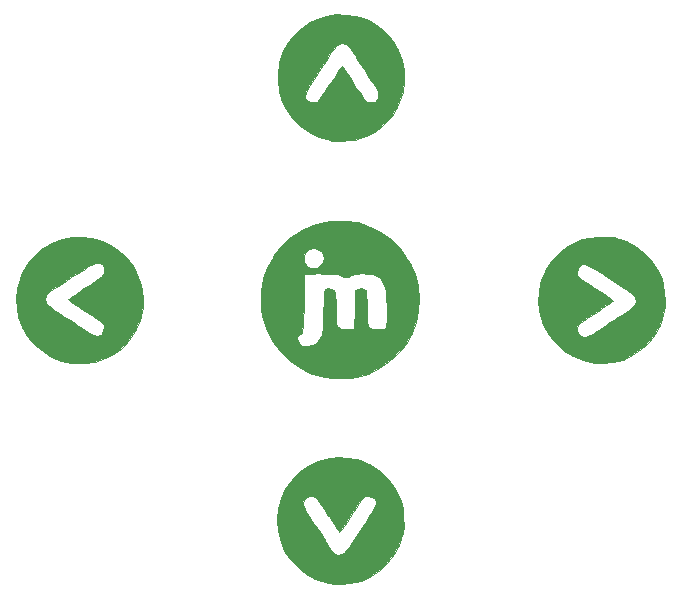
<source format=gbr>
G04 #@! TF.GenerationSoftware,KiCad,Pcbnew,(5.0.1-3-g963ef8bb5)*
G04 #@! TF.CreationDate,2018-11-21T08:27:54+00:00*
G04 #@! TF.ProjectId,invitation,696E7669746174696F6E2E6B69636164,rev?*
G04 #@! TF.SameCoordinates,Original*
G04 #@! TF.FileFunction,Paste,Top*
G04 #@! TF.FilePolarity,Positive*
%FSLAX46Y46*%
G04 Gerber Fmt 4.6, Leading zero omitted, Abs format (unit mm)*
G04 Created by KiCad (PCBNEW (5.0.1-3-g963ef8bb5)) date Wednesday, 21 November 2018 at 08:27:54*
%MOMM*%
%LPD*%
G01*
G04 APERTURE LIST*
%ADD10C,0.010000*%
%ADD11C,1.000000*%
G04 APERTURE END LIST*
D10*
G04 #@! TO.C,G\002A\002A\002A*
G36*
X141298524Y-94596623D02*
X142158751Y-94849985D01*
X142988777Y-95253521D01*
X143606156Y-95676492D01*
X144254718Y-96290941D01*
X144795698Y-97026365D01*
X145215985Y-97863208D01*
X145378988Y-98320666D01*
X145523824Y-98980546D01*
X145583546Y-99712240D01*
X145558850Y-100455010D01*
X145450431Y-101148117D01*
X145342265Y-101524023D01*
X144944227Y-102424278D01*
X144426619Y-103206619D01*
X143783835Y-103878375D01*
X143199750Y-104325088D01*
X142411837Y-104754090D01*
X141546952Y-105049501D01*
X140642274Y-105202800D01*
X139734985Y-105205470D01*
X139480333Y-105177353D01*
X138617030Y-104988883D01*
X137827459Y-104664771D01*
X137089326Y-104193590D01*
X136429631Y-103613534D01*
X135810799Y-102895863D01*
X135352219Y-102132238D01*
X135048125Y-101308739D01*
X134892751Y-100411446D01*
X134868502Y-99844666D01*
X134876944Y-99735927D01*
X137325387Y-99735927D01*
X137388497Y-100052699D01*
X137446827Y-100155489D01*
X137553218Y-100254502D01*
X137778784Y-100428787D01*
X138100456Y-100661749D01*
X138495163Y-100936790D01*
X138939836Y-101237313D01*
X139076660Y-101328060D01*
X139554503Y-101643731D01*
X140012321Y-101946398D01*
X140421168Y-102216907D01*
X140752095Y-102436104D01*
X140976156Y-102584835D01*
X141004333Y-102603597D01*
X141400732Y-102816528D01*
X141732554Y-102879422D01*
X142011570Y-102793388D01*
X142120709Y-102708574D01*
X142252652Y-102498926D01*
X142318441Y-102224180D01*
X142306519Y-101961405D01*
X142251870Y-101833864D01*
X142167733Y-101766408D01*
X141967861Y-101623860D01*
X141678293Y-101423723D01*
X141325067Y-101183499D01*
X140934223Y-100920693D01*
X140531798Y-100652807D01*
X140143832Y-100397344D01*
X139796364Y-100171809D01*
X139515431Y-99993704D01*
X139501500Y-99985057D01*
X139341465Y-99868573D01*
X139270385Y-99782547D01*
X139270158Y-99779214D01*
X139338370Y-99716237D01*
X139527487Y-99577256D01*
X139815683Y-99377383D01*
X140181133Y-99131728D01*
X140602010Y-98855400D01*
X140643213Y-98828666D01*
X141080511Y-98542680D01*
X141476326Y-98279046D01*
X141805572Y-98054852D01*
X142043168Y-97887186D01*
X142164029Y-97793134D01*
X142165721Y-97791500D01*
X142280383Y-97577670D01*
X142313033Y-97293184D01*
X142262760Y-97016035D01*
X142176544Y-96866833D01*
X141951014Y-96741639D01*
X141686177Y-96712000D01*
X141547969Y-96722415D01*
X141398624Y-96761908D01*
X141215133Y-96842846D01*
X140974490Y-96977597D01*
X140653686Y-97178529D01*
X140229713Y-97458010D01*
X139953648Y-97643333D01*
X139528012Y-97929025D01*
X139152120Y-98179258D01*
X138847790Y-98379679D01*
X138636841Y-98515933D01*
X138541091Y-98573665D01*
X138538057Y-98574666D01*
X138430683Y-98623895D01*
X138235696Y-98750588D01*
X137995107Y-98923260D01*
X137750932Y-99110423D01*
X137545182Y-99280590D01*
X137419870Y-99402273D01*
X137404422Y-99424281D01*
X137325387Y-99735927D01*
X134876944Y-99735927D01*
X134941902Y-98899286D01*
X135163536Y-98029751D01*
X135379902Y-97517177D01*
X135866606Y-96706790D01*
X136459805Y-96015990D01*
X137142413Y-95448600D01*
X137897341Y-95008444D01*
X138707504Y-94699345D01*
X139555813Y-94525126D01*
X140425182Y-94489611D01*
X141298524Y-94596623D01*
X141298524Y-94596623D01*
G37*
X141298524Y-94596623D02*
X142158751Y-94849985D01*
X142988777Y-95253521D01*
X143606156Y-95676492D01*
X144254718Y-96290941D01*
X144795698Y-97026365D01*
X145215985Y-97863208D01*
X145378988Y-98320666D01*
X145523824Y-98980546D01*
X145583546Y-99712240D01*
X145558850Y-100455010D01*
X145450431Y-101148117D01*
X145342265Y-101524023D01*
X144944227Y-102424278D01*
X144426619Y-103206619D01*
X143783835Y-103878375D01*
X143199750Y-104325088D01*
X142411837Y-104754090D01*
X141546952Y-105049501D01*
X140642274Y-105202800D01*
X139734985Y-105205470D01*
X139480333Y-105177353D01*
X138617030Y-104988883D01*
X137827459Y-104664771D01*
X137089326Y-104193590D01*
X136429631Y-103613534D01*
X135810799Y-102895863D01*
X135352219Y-102132238D01*
X135048125Y-101308739D01*
X134892751Y-100411446D01*
X134868502Y-99844666D01*
X134876944Y-99735927D01*
X137325387Y-99735927D01*
X137388497Y-100052699D01*
X137446827Y-100155489D01*
X137553218Y-100254502D01*
X137778784Y-100428787D01*
X138100456Y-100661749D01*
X138495163Y-100936790D01*
X138939836Y-101237313D01*
X139076660Y-101328060D01*
X139554503Y-101643731D01*
X140012321Y-101946398D01*
X140421168Y-102216907D01*
X140752095Y-102436104D01*
X140976156Y-102584835D01*
X141004333Y-102603597D01*
X141400732Y-102816528D01*
X141732554Y-102879422D01*
X142011570Y-102793388D01*
X142120709Y-102708574D01*
X142252652Y-102498926D01*
X142318441Y-102224180D01*
X142306519Y-101961405D01*
X142251870Y-101833864D01*
X142167733Y-101766408D01*
X141967861Y-101623860D01*
X141678293Y-101423723D01*
X141325067Y-101183499D01*
X140934223Y-100920693D01*
X140531798Y-100652807D01*
X140143832Y-100397344D01*
X139796364Y-100171809D01*
X139515431Y-99993704D01*
X139501500Y-99985057D01*
X139341465Y-99868573D01*
X139270385Y-99782547D01*
X139270158Y-99779214D01*
X139338370Y-99716237D01*
X139527487Y-99577256D01*
X139815683Y-99377383D01*
X140181133Y-99131728D01*
X140602010Y-98855400D01*
X140643213Y-98828666D01*
X141080511Y-98542680D01*
X141476326Y-98279046D01*
X141805572Y-98054852D01*
X142043168Y-97887186D01*
X142164029Y-97793134D01*
X142165721Y-97791500D01*
X142280383Y-97577670D01*
X142313033Y-97293184D01*
X142262760Y-97016035D01*
X142176544Y-96866833D01*
X141951014Y-96741639D01*
X141686177Y-96712000D01*
X141547969Y-96722415D01*
X141398624Y-96761908D01*
X141215133Y-96842846D01*
X140974490Y-96977597D01*
X140653686Y-97178529D01*
X140229713Y-97458010D01*
X139953648Y-97643333D01*
X139528012Y-97929025D01*
X139152120Y-98179258D01*
X138847790Y-98379679D01*
X138636841Y-98515933D01*
X138541091Y-98573665D01*
X138538057Y-98574666D01*
X138430683Y-98623895D01*
X138235696Y-98750588D01*
X137995107Y-98923260D01*
X137750932Y-99110423D01*
X137545182Y-99280590D01*
X137419870Y-99402273D01*
X137404422Y-99424281D01*
X137325387Y-99735927D01*
X134876944Y-99735927D01*
X134941902Y-98899286D01*
X135163536Y-98029751D01*
X135379902Y-97517177D01*
X135866606Y-96706790D01*
X136459805Y-96015990D01*
X137142413Y-95448600D01*
X137897341Y-95008444D01*
X138707504Y-94699345D01*
X139555813Y-94525126D01*
X140425182Y-94489611D01*
X141298524Y-94596623D01*
G36*
X162801355Y-75664523D02*
X163656624Y-75796793D01*
X164450157Y-76048128D01*
X164697489Y-76159902D01*
X165508040Y-76647812D01*
X166201962Y-77246440D01*
X166773513Y-77938526D01*
X167216949Y-78706810D01*
X167526528Y-79534033D01*
X167696507Y-80402935D01*
X167721142Y-81296258D01*
X167594692Y-82196740D01*
X167311413Y-83087123D01*
X167132371Y-83477666D01*
X166651562Y-84246290D01*
X166039353Y-84923130D01*
X165316369Y-85490980D01*
X164503239Y-85932632D01*
X163936333Y-86143821D01*
X163504168Y-86245948D01*
X162987377Y-86320323D01*
X162443376Y-86363005D01*
X161929580Y-86370052D01*
X161503406Y-86337525D01*
X161395478Y-86318235D01*
X160465632Y-86037513D01*
X159616165Y-85619451D01*
X158860966Y-85076321D01*
X158213927Y-84420395D01*
X157688940Y-83663944D01*
X157299894Y-82819242D01*
X157242291Y-82649161D01*
X157226610Y-82582473D01*
X159315482Y-82582473D01*
X159344807Y-82691928D01*
X159407143Y-82789545D01*
X159495733Y-82889670D01*
X159506091Y-82900709D01*
X159715740Y-83032652D01*
X159990486Y-83098441D01*
X160253261Y-83086519D01*
X160380802Y-83031870D01*
X160448257Y-82947733D01*
X160590805Y-82747861D01*
X160790943Y-82458293D01*
X161031167Y-82105067D01*
X161293973Y-81714223D01*
X161561859Y-81311798D01*
X161817321Y-80923832D01*
X162042857Y-80576364D01*
X162220962Y-80295431D01*
X162229609Y-80281500D01*
X162346093Y-80121465D01*
X162432118Y-80050385D01*
X162435451Y-80050158D01*
X162498429Y-80118370D01*
X162637409Y-80307487D01*
X162837282Y-80595683D01*
X163082938Y-80961133D01*
X163359266Y-81382010D01*
X163386000Y-81423213D01*
X163671986Y-81860511D01*
X163935620Y-82256326D01*
X164159813Y-82585572D01*
X164327480Y-82823168D01*
X164421532Y-82944029D01*
X164423166Y-82945721D01*
X164636996Y-83060383D01*
X164921481Y-83093033D01*
X165198631Y-83042760D01*
X165347833Y-82956544D01*
X165473026Y-82731014D01*
X165502666Y-82466177D01*
X165492250Y-82327969D01*
X165452758Y-82178624D01*
X165371820Y-81995133D01*
X165237069Y-81754490D01*
X165036137Y-81433686D01*
X164756655Y-81009713D01*
X164571333Y-80733648D01*
X164285641Y-80308012D01*
X164035408Y-79932120D01*
X163834987Y-79627790D01*
X163698733Y-79416841D01*
X163641000Y-79321091D01*
X163640000Y-79318057D01*
X163590771Y-79210683D01*
X163464077Y-79015696D01*
X163291405Y-78775107D01*
X163104243Y-78530932D01*
X162934076Y-78325182D01*
X162812393Y-78199870D01*
X162790384Y-78184422D01*
X162479879Y-78105414D01*
X162164365Y-78167179D01*
X162060924Y-78225603D01*
X161956386Y-78335608D01*
X161779309Y-78561470D01*
X161549070Y-78876836D01*
X161285052Y-79255349D01*
X161080325Y-79559103D01*
X160602250Y-80279729D01*
X160211255Y-80873747D01*
X159900581Y-81355503D01*
X159663469Y-81739343D01*
X159493162Y-82039614D01*
X159382901Y-82270662D01*
X159325927Y-82446833D01*
X159315482Y-82582473D01*
X157226610Y-82582473D01*
X157095880Y-82026518D01*
X157017640Y-81326397D01*
X157010674Y-80617677D01*
X157078083Y-79969236D01*
X157113759Y-79794666D01*
X157396248Y-78944091D01*
X157822807Y-78150264D01*
X158374200Y-77432570D01*
X159031187Y-76810395D01*
X159774531Y-76303126D01*
X160584993Y-75930149D01*
X161100000Y-75777823D01*
X161932947Y-75656479D01*
X162801355Y-75664523D01*
X162801355Y-75664523D01*
G37*
X162801355Y-75664523D02*
X163656624Y-75796793D01*
X164450157Y-76048128D01*
X164697489Y-76159902D01*
X165508040Y-76647812D01*
X166201962Y-77246440D01*
X166773513Y-77938526D01*
X167216949Y-78706810D01*
X167526528Y-79534033D01*
X167696507Y-80402935D01*
X167721142Y-81296258D01*
X167594692Y-82196740D01*
X167311413Y-83087123D01*
X167132371Y-83477666D01*
X166651562Y-84246290D01*
X166039353Y-84923130D01*
X165316369Y-85490980D01*
X164503239Y-85932632D01*
X163936333Y-86143821D01*
X163504168Y-86245948D01*
X162987377Y-86320323D01*
X162443376Y-86363005D01*
X161929580Y-86370052D01*
X161503406Y-86337525D01*
X161395478Y-86318235D01*
X160465632Y-86037513D01*
X159616165Y-85619451D01*
X158860966Y-85076321D01*
X158213927Y-84420395D01*
X157688940Y-83663944D01*
X157299894Y-82819242D01*
X157242291Y-82649161D01*
X157226610Y-82582473D01*
X159315482Y-82582473D01*
X159344807Y-82691928D01*
X159407143Y-82789545D01*
X159495733Y-82889670D01*
X159506091Y-82900709D01*
X159715740Y-83032652D01*
X159990486Y-83098441D01*
X160253261Y-83086519D01*
X160380802Y-83031870D01*
X160448257Y-82947733D01*
X160590805Y-82747861D01*
X160790943Y-82458293D01*
X161031167Y-82105067D01*
X161293973Y-81714223D01*
X161561859Y-81311798D01*
X161817321Y-80923832D01*
X162042857Y-80576364D01*
X162220962Y-80295431D01*
X162229609Y-80281500D01*
X162346093Y-80121465D01*
X162432118Y-80050385D01*
X162435451Y-80050158D01*
X162498429Y-80118370D01*
X162637409Y-80307487D01*
X162837282Y-80595683D01*
X163082938Y-80961133D01*
X163359266Y-81382010D01*
X163386000Y-81423213D01*
X163671986Y-81860511D01*
X163935620Y-82256326D01*
X164159813Y-82585572D01*
X164327480Y-82823168D01*
X164421532Y-82944029D01*
X164423166Y-82945721D01*
X164636996Y-83060383D01*
X164921481Y-83093033D01*
X165198631Y-83042760D01*
X165347833Y-82956544D01*
X165473026Y-82731014D01*
X165502666Y-82466177D01*
X165492250Y-82327969D01*
X165452758Y-82178624D01*
X165371820Y-81995133D01*
X165237069Y-81754490D01*
X165036137Y-81433686D01*
X164756655Y-81009713D01*
X164571333Y-80733648D01*
X164285641Y-80308012D01*
X164035408Y-79932120D01*
X163834987Y-79627790D01*
X163698733Y-79416841D01*
X163641000Y-79321091D01*
X163640000Y-79318057D01*
X163590771Y-79210683D01*
X163464077Y-79015696D01*
X163291405Y-78775107D01*
X163104243Y-78530932D01*
X162934076Y-78325182D01*
X162812393Y-78199870D01*
X162790384Y-78184422D01*
X162479879Y-78105414D01*
X162164365Y-78167179D01*
X162060924Y-78225603D01*
X161956386Y-78335608D01*
X161779309Y-78561470D01*
X161549070Y-78876836D01*
X161285052Y-79255349D01*
X161080325Y-79559103D01*
X160602250Y-80279729D01*
X160211255Y-80873747D01*
X159900581Y-81355503D01*
X159663469Y-81739343D01*
X159493162Y-82039614D01*
X159382901Y-82270662D01*
X159325927Y-82446833D01*
X159315482Y-82582473D01*
X157226610Y-82582473D01*
X157095880Y-82026518D01*
X157017640Y-81326397D01*
X157010674Y-80617677D01*
X157078083Y-79969236D01*
X157113759Y-79794666D01*
X157396248Y-78944091D01*
X157822807Y-78150264D01*
X158374200Y-77432570D01*
X159031187Y-76810395D01*
X159774531Y-76303126D01*
X160584993Y-75930149D01*
X161100000Y-75777823D01*
X161932947Y-75656479D01*
X162801355Y-75664523D01*
G36*
X185465430Y-94528083D02*
X185640000Y-94563759D01*
X186490574Y-94846248D01*
X187284402Y-95272807D01*
X188002096Y-95824200D01*
X188624271Y-96481187D01*
X189131540Y-97224531D01*
X189504517Y-98034993D01*
X189656842Y-98550000D01*
X189749012Y-99135878D01*
X189780937Y-99800906D01*
X189752598Y-100467350D01*
X189663974Y-101057475D01*
X189657504Y-101085522D01*
X189372416Y-101940486D01*
X188947311Y-102723025D01*
X188400216Y-103420660D01*
X187749156Y-104020916D01*
X187012157Y-104511315D01*
X186207244Y-104879380D01*
X185352443Y-105112635D01*
X184465779Y-105198602D01*
X183775451Y-105156941D01*
X182849520Y-104953480D01*
X181989725Y-104601006D01*
X181210505Y-104111756D01*
X180526302Y-103497966D01*
X179951557Y-102771874D01*
X179500712Y-101945717D01*
X179275678Y-101344000D01*
X179130842Y-100684120D01*
X179071120Y-99952425D01*
X179095816Y-99209655D01*
X179204234Y-98516549D01*
X179312401Y-98140643D01*
X179625471Y-97440486D01*
X182336225Y-97440486D01*
X182348147Y-97703261D01*
X182402796Y-97830802D01*
X182486933Y-97898257D01*
X182686805Y-98040805D01*
X182976373Y-98240943D01*
X183329599Y-98481167D01*
X183720443Y-98743973D01*
X184122868Y-99011859D01*
X184510833Y-99267321D01*
X184858302Y-99492857D01*
X185139235Y-99670962D01*
X185153166Y-99679609D01*
X185313201Y-99796093D01*
X185384281Y-99882118D01*
X185384507Y-99885451D01*
X185316296Y-99948429D01*
X185127179Y-100087409D01*
X184838982Y-100287282D01*
X184473533Y-100532938D01*
X184052656Y-100809266D01*
X184011453Y-100836000D01*
X183574154Y-101121986D01*
X183178340Y-101385620D01*
X182849093Y-101609813D01*
X182611498Y-101777480D01*
X182490637Y-101871532D01*
X182488945Y-101873166D01*
X182374283Y-102086996D01*
X182341632Y-102371481D01*
X182391906Y-102648631D01*
X182478122Y-102797833D01*
X182703651Y-102923026D01*
X182968489Y-102952666D01*
X183106697Y-102942250D01*
X183256042Y-102902758D01*
X183439532Y-102821820D01*
X183680176Y-102687069D01*
X184000979Y-102486137D01*
X184424952Y-102206655D01*
X184701018Y-102021333D01*
X185126654Y-101735641D01*
X185502546Y-101485408D01*
X185806875Y-101284987D01*
X186017824Y-101148733D01*
X186113575Y-101091000D01*
X186116609Y-101090000D01*
X186223982Y-101040771D01*
X186418970Y-100914077D01*
X186659558Y-100741405D01*
X186903734Y-100554243D01*
X187109484Y-100384076D01*
X187234795Y-100262393D01*
X187250244Y-100240384D01*
X187329251Y-99929879D01*
X187267487Y-99614365D01*
X187209063Y-99510924D01*
X187099058Y-99406386D01*
X186873195Y-99229309D01*
X186557830Y-98999070D01*
X186179317Y-98735052D01*
X185875563Y-98530325D01*
X185154937Y-98052250D01*
X184560919Y-97661255D01*
X184079163Y-97350581D01*
X183695322Y-97113469D01*
X183395051Y-96943162D01*
X183164004Y-96832901D01*
X182987833Y-96775927D01*
X182852193Y-96765482D01*
X182742738Y-96794807D01*
X182645121Y-96857143D01*
X182544996Y-96945733D01*
X182533956Y-96956091D01*
X182402013Y-97165740D01*
X182336225Y-97440486D01*
X179625471Y-97440486D01*
X179711470Y-97248158D01*
X180236389Y-96457699D01*
X180875851Y-95780493D01*
X181618552Y-95227765D01*
X182453183Y-94810740D01*
X182785505Y-94692291D01*
X183408148Y-94545880D01*
X184108269Y-94467640D01*
X184816989Y-94460674D01*
X185465430Y-94528083D01*
X185465430Y-94528083D01*
G37*
X185465430Y-94528083D02*
X185640000Y-94563759D01*
X186490574Y-94846248D01*
X187284402Y-95272807D01*
X188002096Y-95824200D01*
X188624271Y-96481187D01*
X189131540Y-97224531D01*
X189504517Y-98034993D01*
X189656842Y-98550000D01*
X189749012Y-99135878D01*
X189780937Y-99800906D01*
X189752598Y-100467350D01*
X189663974Y-101057475D01*
X189657504Y-101085522D01*
X189372416Y-101940486D01*
X188947311Y-102723025D01*
X188400216Y-103420660D01*
X187749156Y-104020916D01*
X187012157Y-104511315D01*
X186207244Y-104879380D01*
X185352443Y-105112635D01*
X184465779Y-105198602D01*
X183775451Y-105156941D01*
X182849520Y-104953480D01*
X181989725Y-104601006D01*
X181210505Y-104111756D01*
X180526302Y-103497966D01*
X179951557Y-102771874D01*
X179500712Y-101945717D01*
X179275678Y-101344000D01*
X179130842Y-100684120D01*
X179071120Y-99952425D01*
X179095816Y-99209655D01*
X179204234Y-98516549D01*
X179312401Y-98140643D01*
X179625471Y-97440486D01*
X182336225Y-97440486D01*
X182348147Y-97703261D01*
X182402796Y-97830802D01*
X182486933Y-97898257D01*
X182686805Y-98040805D01*
X182976373Y-98240943D01*
X183329599Y-98481167D01*
X183720443Y-98743973D01*
X184122868Y-99011859D01*
X184510833Y-99267321D01*
X184858302Y-99492857D01*
X185139235Y-99670962D01*
X185153166Y-99679609D01*
X185313201Y-99796093D01*
X185384281Y-99882118D01*
X185384507Y-99885451D01*
X185316296Y-99948429D01*
X185127179Y-100087409D01*
X184838982Y-100287282D01*
X184473533Y-100532938D01*
X184052656Y-100809266D01*
X184011453Y-100836000D01*
X183574154Y-101121986D01*
X183178340Y-101385620D01*
X182849093Y-101609813D01*
X182611498Y-101777480D01*
X182490637Y-101871532D01*
X182488945Y-101873166D01*
X182374283Y-102086996D01*
X182341632Y-102371481D01*
X182391906Y-102648631D01*
X182478122Y-102797833D01*
X182703651Y-102923026D01*
X182968489Y-102952666D01*
X183106697Y-102942250D01*
X183256042Y-102902758D01*
X183439532Y-102821820D01*
X183680176Y-102687069D01*
X184000979Y-102486137D01*
X184424952Y-102206655D01*
X184701018Y-102021333D01*
X185126654Y-101735641D01*
X185502546Y-101485408D01*
X185806875Y-101284987D01*
X186017824Y-101148733D01*
X186113575Y-101091000D01*
X186116609Y-101090000D01*
X186223982Y-101040771D01*
X186418970Y-100914077D01*
X186659558Y-100741405D01*
X186903734Y-100554243D01*
X187109484Y-100384076D01*
X187234795Y-100262393D01*
X187250244Y-100240384D01*
X187329251Y-99929879D01*
X187267487Y-99614365D01*
X187209063Y-99510924D01*
X187099058Y-99406386D01*
X186873195Y-99229309D01*
X186557830Y-98999070D01*
X186179317Y-98735052D01*
X185875563Y-98530325D01*
X185154937Y-98052250D01*
X184560919Y-97661255D01*
X184079163Y-97350581D01*
X183695322Y-97113469D01*
X183395051Y-96943162D01*
X183164004Y-96832901D01*
X182987833Y-96775927D01*
X182852193Y-96765482D01*
X182742738Y-96794807D01*
X182645121Y-96857143D01*
X182544996Y-96945733D01*
X182533956Y-96956091D01*
X182402013Y-97165740D01*
X182336225Y-97440486D01*
X179625471Y-97440486D01*
X179711470Y-97248158D01*
X180236389Y-96457699D01*
X180875851Y-95780493D01*
X181618552Y-95227765D01*
X182453183Y-94810740D01*
X182785505Y-94692291D01*
X183408148Y-94545880D01*
X184108269Y-94467640D01*
X184816989Y-94460674D01*
X185465430Y-94528083D01*
G36*
X162905010Y-113175816D02*
X163598117Y-113284234D01*
X163974023Y-113392401D01*
X164866508Y-113791470D01*
X165656966Y-114316389D01*
X166334172Y-114955851D01*
X166886901Y-115698552D01*
X167303925Y-116533183D01*
X167422374Y-116865505D01*
X167568786Y-117488148D01*
X167647025Y-118188269D01*
X167653991Y-118896989D01*
X167586583Y-119545430D01*
X167550906Y-119720000D01*
X167268418Y-120570574D01*
X166841858Y-121364402D01*
X166290466Y-122082096D01*
X165633478Y-122704271D01*
X164890135Y-123211540D01*
X164079673Y-123584517D01*
X163564666Y-123736842D01*
X163049079Y-123818740D01*
X162445109Y-123854036D01*
X161823536Y-123842816D01*
X161255143Y-123785166D01*
X160990895Y-123733712D01*
X160169057Y-123451008D01*
X159390004Y-123020770D01*
X158679430Y-122463932D01*
X158063032Y-121801429D01*
X157566506Y-121054195D01*
X157467256Y-120863000D01*
X157162961Y-120099162D01*
X156991393Y-119298651D01*
X156942412Y-118450000D01*
X157028648Y-117513130D01*
X157154958Y-117048489D01*
X159162000Y-117048489D01*
X159172415Y-117186697D01*
X159211908Y-117336042D01*
X159292846Y-117519532D01*
X159427597Y-117760176D01*
X159628529Y-118080979D01*
X159908010Y-118504952D01*
X160093333Y-118781018D01*
X160379025Y-119206654D01*
X160629258Y-119582546D01*
X160829679Y-119886875D01*
X160965933Y-120097824D01*
X161023665Y-120193575D01*
X161024666Y-120196609D01*
X161073048Y-120299647D01*
X161197500Y-120491751D01*
X161366985Y-120730831D01*
X161550463Y-120974799D01*
X161716897Y-121181566D01*
X161835247Y-121309044D01*
X161857554Y-121326019D01*
X162140934Y-121405489D01*
X162448611Y-121365899D01*
X162603742Y-121289063D01*
X162708279Y-121179058D01*
X162885357Y-120953195D01*
X163115595Y-120637830D01*
X163379614Y-120259317D01*
X163584341Y-119955563D01*
X164062416Y-119234937D01*
X164453411Y-118640919D01*
X164764085Y-118159163D01*
X165001196Y-117775322D01*
X165171503Y-117475051D01*
X165281764Y-117244004D01*
X165338738Y-117067833D01*
X165349184Y-116932193D01*
X165319859Y-116822738D01*
X165257523Y-116725121D01*
X165168933Y-116624996D01*
X165158574Y-116613956D01*
X164948926Y-116482013D01*
X164674180Y-116416225D01*
X164411405Y-116428147D01*
X164283864Y-116482796D01*
X164216408Y-116566933D01*
X164073860Y-116766805D01*
X163873723Y-117056373D01*
X163633499Y-117409599D01*
X163370693Y-117800443D01*
X163102807Y-118202868D01*
X162847344Y-118590833D01*
X162621809Y-118938302D01*
X162443704Y-119219235D01*
X162435057Y-119233166D01*
X162318573Y-119393201D01*
X162232547Y-119464281D01*
X162229214Y-119464507D01*
X162166237Y-119396296D01*
X162027256Y-119207179D01*
X161827383Y-118918982D01*
X161581728Y-118553533D01*
X161305400Y-118132656D01*
X161278666Y-118091453D01*
X160992680Y-117654154D01*
X160729046Y-117258340D01*
X160504852Y-116929093D01*
X160337186Y-116691498D01*
X160243134Y-116570637D01*
X160241500Y-116568945D01*
X160027670Y-116454283D01*
X159743184Y-116421632D01*
X159466035Y-116471906D01*
X159316833Y-116558122D01*
X159191639Y-116783651D01*
X159162000Y-117048489D01*
X157154958Y-117048489D01*
X157269260Y-116628025D01*
X157653484Y-115809012D01*
X158170551Y-115070417D01*
X158809696Y-114426568D01*
X159560153Y-113891791D01*
X160411155Y-113480412D01*
X160770666Y-113355678D01*
X161430546Y-113210842D01*
X162162240Y-113151120D01*
X162905010Y-113175816D01*
X162905010Y-113175816D01*
G37*
X162905010Y-113175816D02*
X163598117Y-113284234D01*
X163974023Y-113392401D01*
X164866508Y-113791470D01*
X165656966Y-114316389D01*
X166334172Y-114955851D01*
X166886901Y-115698552D01*
X167303925Y-116533183D01*
X167422374Y-116865505D01*
X167568786Y-117488148D01*
X167647025Y-118188269D01*
X167653991Y-118896989D01*
X167586583Y-119545430D01*
X167550906Y-119720000D01*
X167268418Y-120570574D01*
X166841858Y-121364402D01*
X166290466Y-122082096D01*
X165633478Y-122704271D01*
X164890135Y-123211540D01*
X164079673Y-123584517D01*
X163564666Y-123736842D01*
X163049079Y-123818740D01*
X162445109Y-123854036D01*
X161823536Y-123842816D01*
X161255143Y-123785166D01*
X160990895Y-123733712D01*
X160169057Y-123451008D01*
X159390004Y-123020770D01*
X158679430Y-122463932D01*
X158063032Y-121801429D01*
X157566506Y-121054195D01*
X157467256Y-120863000D01*
X157162961Y-120099162D01*
X156991393Y-119298651D01*
X156942412Y-118450000D01*
X157028648Y-117513130D01*
X157154958Y-117048489D01*
X159162000Y-117048489D01*
X159172415Y-117186697D01*
X159211908Y-117336042D01*
X159292846Y-117519532D01*
X159427597Y-117760176D01*
X159628529Y-118080979D01*
X159908010Y-118504952D01*
X160093333Y-118781018D01*
X160379025Y-119206654D01*
X160629258Y-119582546D01*
X160829679Y-119886875D01*
X160965933Y-120097824D01*
X161023665Y-120193575D01*
X161024666Y-120196609D01*
X161073048Y-120299647D01*
X161197500Y-120491751D01*
X161366985Y-120730831D01*
X161550463Y-120974799D01*
X161716897Y-121181566D01*
X161835247Y-121309044D01*
X161857554Y-121326019D01*
X162140934Y-121405489D01*
X162448611Y-121365899D01*
X162603742Y-121289063D01*
X162708279Y-121179058D01*
X162885357Y-120953195D01*
X163115595Y-120637830D01*
X163379614Y-120259317D01*
X163584341Y-119955563D01*
X164062416Y-119234937D01*
X164453411Y-118640919D01*
X164764085Y-118159163D01*
X165001196Y-117775322D01*
X165171503Y-117475051D01*
X165281764Y-117244004D01*
X165338738Y-117067833D01*
X165349184Y-116932193D01*
X165319859Y-116822738D01*
X165257523Y-116725121D01*
X165168933Y-116624996D01*
X165158574Y-116613956D01*
X164948926Y-116482013D01*
X164674180Y-116416225D01*
X164411405Y-116428147D01*
X164283864Y-116482796D01*
X164216408Y-116566933D01*
X164073860Y-116766805D01*
X163873723Y-117056373D01*
X163633499Y-117409599D01*
X163370693Y-117800443D01*
X163102807Y-118202868D01*
X162847344Y-118590833D01*
X162621809Y-118938302D01*
X162443704Y-119219235D01*
X162435057Y-119233166D01*
X162318573Y-119393201D01*
X162232547Y-119464281D01*
X162229214Y-119464507D01*
X162166237Y-119396296D01*
X162027256Y-119207179D01*
X161827383Y-118918982D01*
X161581728Y-118553533D01*
X161305400Y-118132656D01*
X161278666Y-118091453D01*
X160992680Y-117654154D01*
X160729046Y-117258340D01*
X160504852Y-116929093D01*
X160337186Y-116691498D01*
X160243134Y-116570637D01*
X160241500Y-116568945D01*
X160027670Y-116454283D01*
X159743184Y-116421632D01*
X159466035Y-116471906D01*
X159316833Y-116558122D01*
X159191639Y-116783651D01*
X159162000Y-117048489D01*
X157154958Y-117048489D01*
X157269260Y-116628025D01*
X157653484Y-115809012D01*
X158170551Y-115070417D01*
X158809696Y-114426568D01*
X159560153Y-113891791D01*
X160411155Y-113480412D01*
X160770666Y-113355678D01*
X161430546Y-113210842D01*
X162162240Y-113151120D01*
X162905010Y-113175816D01*
G36*
X163067989Y-93151201D02*
X163501919Y-93191849D01*
X163764000Y-93242826D01*
X164847228Y-93622621D01*
X165808623Y-94119468D01*
X166650234Y-94734977D01*
X167374111Y-95470760D01*
X167982303Y-96328427D01*
X168209156Y-96735848D01*
X168600018Y-97671662D01*
X168843413Y-98662924D01*
X168938779Y-99682909D01*
X168885560Y-100704891D01*
X168683194Y-101702146D01*
X168332826Y-102644313D01*
X167826547Y-103530719D01*
X167184089Y-104333465D01*
X166425043Y-105035306D01*
X165568997Y-105618994D01*
X164635539Y-106067283D01*
X164314333Y-106182405D01*
X163755842Y-106319377D01*
X163090574Y-106409073D01*
X162374876Y-106449650D01*
X161665095Y-106439264D01*
X161017579Y-106376071D01*
X160643600Y-106302505D01*
X159677246Y-105973386D01*
X158768411Y-105496974D01*
X157937995Y-104890122D01*
X157206899Y-104169680D01*
X156596025Y-103352499D01*
X156427691Y-103052704D01*
X158615684Y-103052704D01*
X158724192Y-103326517D01*
X158726331Y-103330663D01*
X158888738Y-103568206D01*
X159096741Y-103696200D01*
X159395756Y-103735429D01*
X159594817Y-103728169D01*
X159946935Y-103671980D01*
X160197812Y-103547063D01*
X160262485Y-103492980D01*
X160435956Y-103287802D01*
X160608703Y-103014187D01*
X160663082Y-102907333D01*
X160723722Y-102763033D01*
X160769832Y-102606721D01*
X160803954Y-102412002D01*
X160828629Y-102152482D01*
X160846398Y-101801765D01*
X160859804Y-101333456D01*
X160870929Y-100748583D01*
X160886258Y-100068888D01*
X160907006Y-99551606D01*
X160933648Y-99189888D01*
X160966662Y-98976888D01*
X160998847Y-98908379D01*
X161219224Y-98847570D01*
X161489817Y-98868040D01*
X161717787Y-98960468D01*
X161746499Y-98983455D01*
X161804575Y-99051939D01*
X161846168Y-99153363D01*
X161873959Y-99314156D01*
X161890625Y-99560745D01*
X161898845Y-99919560D01*
X161901297Y-100417029D01*
X161901333Y-100511304D01*
X161902144Y-101025743D01*
X161907042Y-101398767D01*
X161919720Y-101658297D01*
X161943875Y-101832250D01*
X161983201Y-101948545D01*
X162041394Y-102035101D01*
X162113019Y-102110716D01*
X162245418Y-102224726D01*
X162388291Y-102285107D01*
X162595445Y-102304683D01*
X162896186Y-102297367D01*
X163467666Y-102272333D01*
X163510000Y-100623254D01*
X163552333Y-98974175D01*
X163785166Y-98892410D01*
X164119745Y-98860268D01*
X164250833Y-98892318D01*
X164483666Y-98973991D01*
X164529200Y-100411495D01*
X164548321Y-100897300D01*
X164572398Y-101331265D01*
X164599137Y-101681918D01*
X164626243Y-101917788D01*
X164644995Y-101999518D01*
X164783800Y-102173431D01*
X165019833Y-102274407D01*
X165382209Y-102313341D01*
X165487175Y-102314666D01*
X165744282Y-102315388D01*
X165933030Y-102302498D01*
X166063945Y-102253411D01*
X166147551Y-102145542D01*
X166194371Y-101956306D01*
X166214930Y-101663119D01*
X166219751Y-101243395D01*
X166219333Y-100743442D01*
X166213876Y-100225063D01*
X166198785Y-99732202D01*
X166175983Y-99303971D01*
X166147390Y-98979480D01*
X166125735Y-98838569D01*
X165944782Y-98379621D01*
X165630791Y-98002004D01*
X165211973Y-97735360D01*
X165005887Y-97661981D01*
X164587134Y-97593707D01*
X164107063Y-97590189D01*
X163633572Y-97646416D01*
X163234558Y-97757373D01*
X163141386Y-97799628D01*
X162936399Y-97897912D01*
X162793662Y-97923069D01*
X162634860Y-97874133D01*
X162464195Y-97791270D01*
X162301693Y-97720757D01*
X162119763Y-97670396D01*
X161885189Y-97636156D01*
X161564753Y-97614005D01*
X161125238Y-97599912D01*
X160843000Y-97594502D01*
X160381670Y-97589872D01*
X159968385Y-97591398D01*
X159638540Y-97598528D01*
X159427533Y-97610709D01*
X159382500Y-97617282D01*
X159192000Y-97661226D01*
X159192000Y-99949817D01*
X159189987Y-100702671D01*
X159182159Y-101304210D01*
X159165831Y-101772423D01*
X159138318Y-102125300D01*
X159096935Y-102380829D01*
X159038997Y-102557000D01*
X158961819Y-102671803D01*
X158862718Y-102743226D01*
X158769595Y-102780038D01*
X158630308Y-102877036D01*
X158615684Y-103052704D01*
X156427691Y-103052704D01*
X156274755Y-102780333D01*
X156004926Y-102195631D01*
X155815275Y-101677555D01*
X155693130Y-101170480D01*
X155625817Y-100618783D01*
X155600661Y-99966839D01*
X155599565Y-99817000D01*
X155613839Y-99134921D01*
X155669521Y-98564241D01*
X155778167Y-98049675D01*
X155951334Y-97535941D01*
X156190910Y-96988181D01*
X156580324Y-96303333D01*
X159192000Y-96303333D01*
X159263325Y-96658333D01*
X159452937Y-96929713D01*
X159724287Y-97102325D01*
X160040830Y-97161025D01*
X160366017Y-97090667D01*
X160637846Y-96902512D01*
X160838377Y-96601097D01*
X160896111Y-96275173D01*
X160826194Y-95961289D01*
X160643770Y-95695990D01*
X160363987Y-95515824D01*
X160038666Y-95456666D01*
X159669972Y-95530839D01*
X159390564Y-95736493D01*
X159225737Y-96048334D01*
X159192000Y-96303333D01*
X156580324Y-96303333D01*
X156725910Y-96047298D01*
X157385516Y-95217269D01*
X158159248Y-94506841D01*
X159036628Y-93924761D01*
X160007175Y-93479775D01*
X160631333Y-93281834D01*
X160995930Y-93213163D01*
X161469395Y-93165173D01*
X162004227Y-93138455D01*
X162552925Y-93133600D01*
X163067989Y-93151201D01*
X163067989Y-93151201D01*
G37*
X163067989Y-93151201D02*
X163501919Y-93191849D01*
X163764000Y-93242826D01*
X164847228Y-93622621D01*
X165808623Y-94119468D01*
X166650234Y-94734977D01*
X167374111Y-95470760D01*
X167982303Y-96328427D01*
X168209156Y-96735848D01*
X168600018Y-97671662D01*
X168843413Y-98662924D01*
X168938779Y-99682909D01*
X168885560Y-100704891D01*
X168683194Y-101702146D01*
X168332826Y-102644313D01*
X167826547Y-103530719D01*
X167184089Y-104333465D01*
X166425043Y-105035306D01*
X165568997Y-105618994D01*
X164635539Y-106067283D01*
X164314333Y-106182405D01*
X163755842Y-106319377D01*
X163090574Y-106409073D01*
X162374876Y-106449650D01*
X161665095Y-106439264D01*
X161017579Y-106376071D01*
X160643600Y-106302505D01*
X159677246Y-105973386D01*
X158768411Y-105496974D01*
X157937995Y-104890122D01*
X157206899Y-104169680D01*
X156596025Y-103352499D01*
X156427691Y-103052704D01*
X158615684Y-103052704D01*
X158724192Y-103326517D01*
X158726331Y-103330663D01*
X158888738Y-103568206D01*
X159096741Y-103696200D01*
X159395756Y-103735429D01*
X159594817Y-103728169D01*
X159946935Y-103671980D01*
X160197812Y-103547063D01*
X160262485Y-103492980D01*
X160435956Y-103287802D01*
X160608703Y-103014187D01*
X160663082Y-102907333D01*
X160723722Y-102763033D01*
X160769832Y-102606721D01*
X160803954Y-102412002D01*
X160828629Y-102152482D01*
X160846398Y-101801765D01*
X160859804Y-101333456D01*
X160870929Y-100748583D01*
X160886258Y-100068888D01*
X160907006Y-99551606D01*
X160933648Y-99189888D01*
X160966662Y-98976888D01*
X160998847Y-98908379D01*
X161219224Y-98847570D01*
X161489817Y-98868040D01*
X161717787Y-98960468D01*
X161746499Y-98983455D01*
X161804575Y-99051939D01*
X161846168Y-99153363D01*
X161873959Y-99314156D01*
X161890625Y-99560745D01*
X161898845Y-99919560D01*
X161901297Y-100417029D01*
X161901333Y-100511304D01*
X161902144Y-101025743D01*
X161907042Y-101398767D01*
X161919720Y-101658297D01*
X161943875Y-101832250D01*
X161983201Y-101948545D01*
X162041394Y-102035101D01*
X162113019Y-102110716D01*
X162245418Y-102224726D01*
X162388291Y-102285107D01*
X162595445Y-102304683D01*
X162896186Y-102297367D01*
X163467666Y-102272333D01*
X163510000Y-100623254D01*
X163552333Y-98974175D01*
X163785166Y-98892410D01*
X164119745Y-98860268D01*
X164250833Y-98892318D01*
X164483666Y-98973991D01*
X164529200Y-100411495D01*
X164548321Y-100897300D01*
X164572398Y-101331265D01*
X164599137Y-101681918D01*
X164626243Y-101917788D01*
X164644995Y-101999518D01*
X164783800Y-102173431D01*
X165019833Y-102274407D01*
X165382209Y-102313341D01*
X165487175Y-102314666D01*
X165744282Y-102315388D01*
X165933030Y-102302498D01*
X166063945Y-102253411D01*
X166147551Y-102145542D01*
X166194371Y-101956306D01*
X166214930Y-101663119D01*
X166219751Y-101243395D01*
X166219333Y-100743442D01*
X166213876Y-100225063D01*
X166198785Y-99732202D01*
X166175983Y-99303971D01*
X166147390Y-98979480D01*
X166125735Y-98838569D01*
X165944782Y-98379621D01*
X165630791Y-98002004D01*
X165211973Y-97735360D01*
X165005887Y-97661981D01*
X164587134Y-97593707D01*
X164107063Y-97590189D01*
X163633572Y-97646416D01*
X163234558Y-97757373D01*
X163141386Y-97799628D01*
X162936399Y-97897912D01*
X162793662Y-97923069D01*
X162634860Y-97874133D01*
X162464195Y-97791270D01*
X162301693Y-97720757D01*
X162119763Y-97670396D01*
X161885189Y-97636156D01*
X161564753Y-97614005D01*
X161125238Y-97599912D01*
X160843000Y-97594502D01*
X160381670Y-97589872D01*
X159968385Y-97591398D01*
X159638540Y-97598528D01*
X159427533Y-97610709D01*
X159382500Y-97617282D01*
X159192000Y-97661226D01*
X159192000Y-99949817D01*
X159189987Y-100702671D01*
X159182159Y-101304210D01*
X159165831Y-101772423D01*
X159138318Y-102125300D01*
X159096935Y-102380829D01*
X159038997Y-102557000D01*
X158961819Y-102671803D01*
X158862718Y-102743226D01*
X158769595Y-102780038D01*
X158630308Y-102877036D01*
X158615684Y-103052704D01*
X156427691Y-103052704D01*
X156274755Y-102780333D01*
X156004926Y-102195631D01*
X155815275Y-101677555D01*
X155693130Y-101170480D01*
X155625817Y-100618783D01*
X155600661Y-99966839D01*
X155599565Y-99817000D01*
X155613839Y-99134921D01*
X155669521Y-98564241D01*
X155778167Y-98049675D01*
X155951334Y-97535941D01*
X156190910Y-96988181D01*
X156580324Y-96303333D01*
X159192000Y-96303333D01*
X159263325Y-96658333D01*
X159452937Y-96929713D01*
X159724287Y-97102325D01*
X160040830Y-97161025D01*
X160366017Y-97090667D01*
X160637846Y-96902512D01*
X160838377Y-96601097D01*
X160896111Y-96275173D01*
X160826194Y-95961289D01*
X160643770Y-95695990D01*
X160363987Y-95515824D01*
X160038666Y-95456666D01*
X159669972Y-95530839D01*
X159390564Y-95736493D01*
X159225737Y-96048334D01*
X159192000Y-96303333D01*
X156580324Y-96303333D01*
X156725910Y-96047298D01*
X157385516Y-95217269D01*
X158159248Y-94506841D01*
X159036628Y-93924761D01*
X160007175Y-93479775D01*
X160631333Y-93281834D01*
X160995930Y-93213163D01*
X161469395Y-93165173D01*
X162004227Y-93138455D01*
X162552925Y-93133600D01*
X163067989Y-93151201D01*
G04 #@! TD*
D11*
G04 #@! TO.C,P4*
X142740000Y-99760000D03*
G04 #@! TD*
G04 #@! TO.C,P5*
X181830000Y-99820000D03*
G04 #@! TD*
G04 #@! TO.C,P10*
X162370000Y-83520000D03*
G04 #@! TD*
G04 #@! TO.C,P11*
X162210000Y-115910000D03*
G04 #@! TD*
G04 #@! TO.C,P2*
X163510000Y-95880000D03*
G04 #@! TD*
G04 #@! TO.C,G\002A\002A\002A*
X142740000Y-99760000D03*
G04 #@! TD*
G04 #@! TO.C,G\002A\002A\002A*
X162370000Y-83520000D03*
G04 #@! TD*
G04 #@! TO.C,G\002A\002A\002A*
X181830000Y-99820000D03*
G04 #@! TD*
G04 #@! TO.C,G\002A\002A\002A*
X162210000Y-115910000D03*
G04 #@! TD*
G04 #@! TO.C,G\002A\002A\002A*
X163510000Y-95880000D03*
G04 #@! TD*
M02*

</source>
